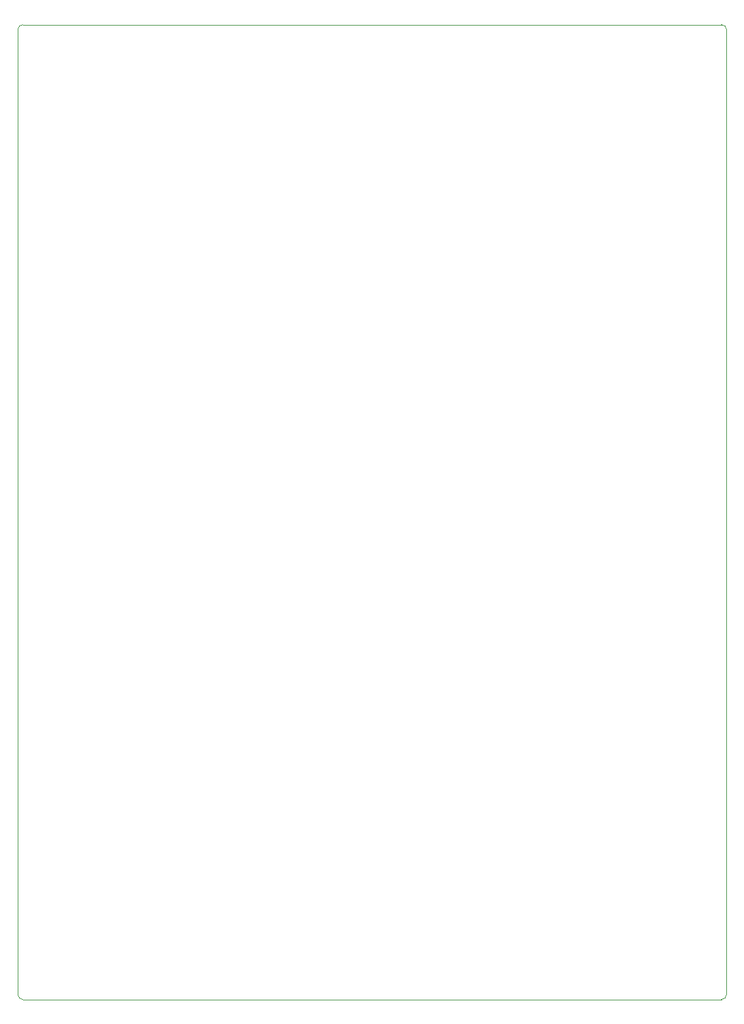
<source format=gm1>
G04 #@! TF.GenerationSoftware,KiCad,Pcbnew,7.0.11-7.0.11~ubuntu20.04.1*
G04 #@! TF.CreationDate,2024-08-20T17:51:30+02:00*
G04 #@! TF.ProjectId,kicad-kria-pmod-alinx,6b696361-642d-46b7-9269-612d706d6f64,1.0*
G04 #@! TF.SameCoordinates,Original*
G04 #@! TF.FileFunction,Profile,NP*
%FSLAX46Y46*%
G04 Gerber Fmt 4.6, Leading zero omitted, Abs format (unit mm)*
G04 Created by KiCad (PCBNEW 7.0.11-7.0.11~ubuntu20.04.1) date 2024-08-20 17:51:30*
%MOMM*%
%LPD*%
G01*
G04 APERTURE LIST*
G04 #@! TA.AperFunction,Profile*
%ADD10C,0.050000*%
G04 #@! TD*
G04 APERTURE END LIST*
D10*
X161935000Y-149865000D02*
G75*
G03*
X162570000Y-149230000I0J635000D01*
G01*
X71130000Y-149230000D02*
G75*
G03*
X71765000Y-149865000I635000J0D01*
G01*
X71765000Y-24135000D02*
G75*
G03*
X71130000Y-24770000I0J-635000D01*
G01*
X162570000Y-24770000D02*
G75*
G03*
X161935000Y-24135000I-635000J0D01*
G01*
X161935000Y-24135000D02*
X71765000Y-24135000D01*
X71765000Y-149865000D02*
X161935000Y-149865000D01*
X162570000Y-149230000D02*
X162570000Y-24770000D01*
X71130000Y-24770000D02*
X71130000Y-149230000D01*
M02*

</source>
